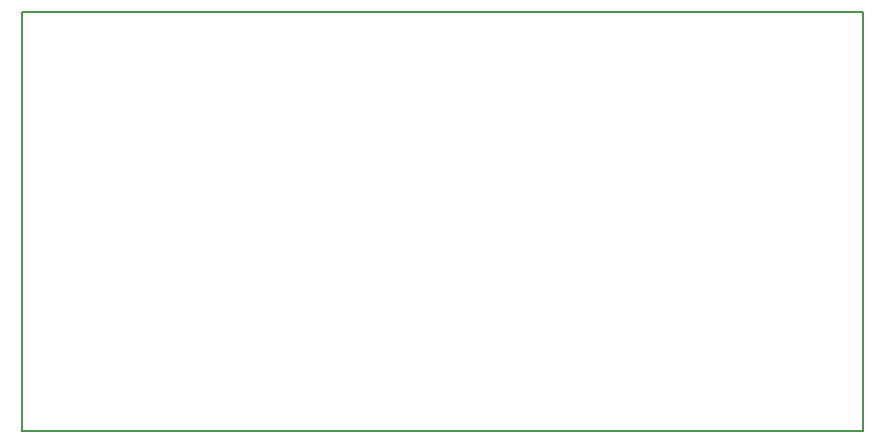
<source format=gbo>
G04 MADE WITH FRITZING*
G04 WWW.FRITZING.ORG*
G04 DOUBLE SIDED*
G04 HOLES PLATED*
G04 CONTOUR ON CENTER OF CONTOUR VECTOR*
%ASAXBY*%
%FSLAX23Y23*%
%MOIN*%
%OFA0B0*%
%SFA1.0B1.0*%
%ADD10R,2.810260X1.405760X2.794260X1.389760*%
%ADD11C,0.008000*%
%LNSILK0*%
G90*
G70*
G54D11*
X4Y1402D02*
X2806Y1402D01*
X2806Y4D01*
X4Y4D01*
X4Y1402D01*
D02*
G04 End of Silk0*
M02*
</source>
